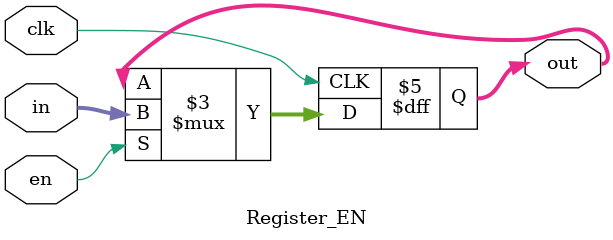
<source format=v>
module Register_EN (clk, en, in, out);
  input clk;
  input en;
  input [31:0] in;
  output reg [31:0] out = 32'b0;
  always @(posedge clk) begin
    if (en) 
      out <= in;
  end

endmodule
</source>
